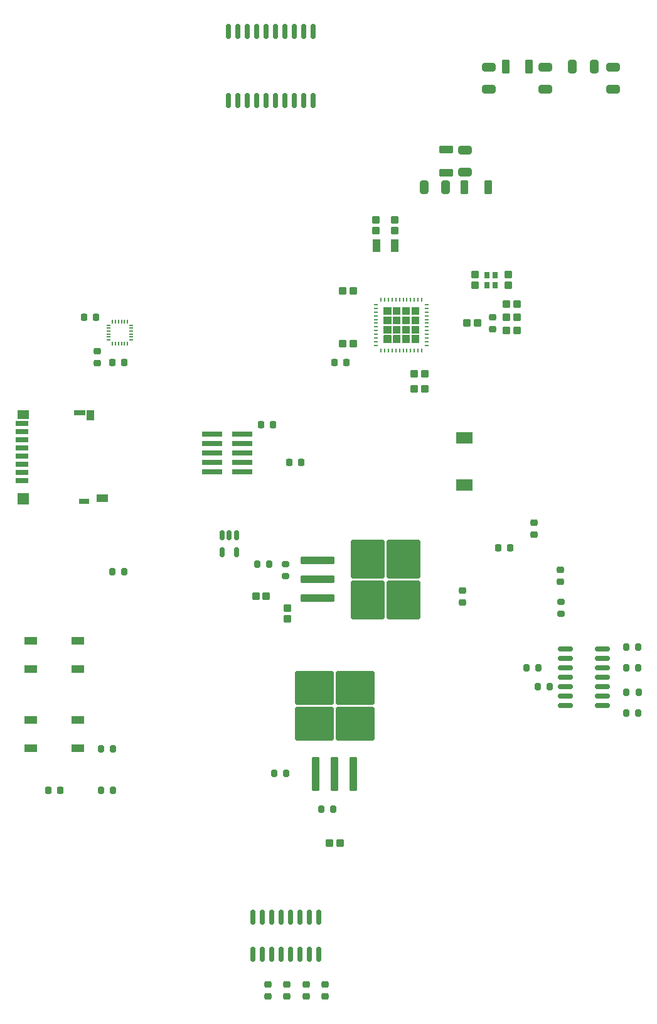
<source format=gbr>
%TF.GenerationSoftware,KiCad,Pcbnew,8.0.0*%
%TF.CreationDate,2024-03-04T15:47:03-08:00*%
%TF.ProjectId,ee110_alpha_board,65653131-305f-4616-9c70-68615f626f61,0.1*%
%TF.SameCoordinates,Original*%
%TF.FileFunction,Paste,Top*%
%TF.FilePolarity,Positive*%
%FSLAX46Y46*%
G04 Gerber Fmt 4.6, Leading zero omitted, Abs format (unit mm)*
G04 Created by KiCad (PCBNEW 8.0.0) date 2024-03-04 15:47:03*
%MOMM*%
%LPD*%
G01*
G04 APERTURE LIST*
G04 Aperture macros list*
%AMRoundRect*
0 Rectangle with rounded corners*
0 $1 Rounding radius*
0 $2 $3 $4 $5 $6 $7 $8 $9 X,Y pos of 4 corners*
0 Add a 4 corners polygon primitive as box body*
4,1,4,$2,$3,$4,$5,$6,$7,$8,$9,$2,$3,0*
0 Add four circle primitives for the rounded corners*
1,1,$1+$1,$2,$3*
1,1,$1+$1,$4,$5*
1,1,$1+$1,$6,$7*
1,1,$1+$1,$8,$9*
0 Add four rect primitives between the rounded corners*
20,1,$1+$1,$2,$3,$4,$5,0*
20,1,$1+$1,$4,$5,$6,$7,0*
20,1,$1+$1,$6,$7,$8,$9,0*
20,1,$1+$1,$8,$9,$2,$3,0*%
G04 Aperture macros list end*
%ADD10C,0.000000*%
%ADD11RoundRect,0.150000X0.825000X0.150000X-0.825000X0.150000X-0.825000X-0.150000X0.825000X-0.150000X0*%
%ADD12RoundRect,0.250000X-0.650000X0.325000X-0.650000X-0.325000X0.650000X-0.325000X0.650000X0.325000X0*%
%ADD13RoundRect,0.200000X-0.200000X-0.275000X0.200000X-0.275000X0.200000X0.275000X-0.200000X0.275000X0*%
%ADD14RoundRect,0.250000X0.287500X0.275000X-0.287500X0.275000X-0.287500X-0.275000X0.287500X-0.275000X0*%
%ADD15RoundRect,0.225000X0.225000X0.250000X-0.225000X0.250000X-0.225000X-0.250000X0.225000X-0.250000X0*%
%ADD16RoundRect,0.250000X-0.275000X0.287500X-0.275000X-0.287500X0.275000X-0.287500X0.275000X0.287500X0*%
%ADD17RoundRect,0.225000X-0.225000X-0.250000X0.225000X-0.250000X0.225000X0.250000X-0.225000X0.250000X0*%
%ADD18RoundRect,0.050000X-0.050000X0.225000X-0.050000X-0.225000X0.050000X-0.225000X0.050000X0.225000X0*%
%ADD19RoundRect,0.050000X-0.225000X-0.050000X0.225000X-0.050000X0.225000X0.050000X-0.225000X0.050000X0*%
%ADD20RoundRect,0.150000X-0.150000X0.850000X-0.150000X-0.850000X0.150000X-0.850000X0.150000X0.850000X0*%
%ADD21RoundRect,0.250000X0.275000X-0.287500X0.275000X0.287500X-0.275000X0.287500X-0.275000X-0.287500X0*%
%ADD22RoundRect,0.218750X-0.256250X0.218750X-0.256250X-0.218750X0.256250X-0.218750X0.256250X0.218750X0*%
%ADD23RoundRect,0.250000X-0.287500X-0.275000X0.287500X-0.275000X0.287500X0.275000X-0.287500X0.275000X0*%
%ADD24RoundRect,0.250000X-0.325000X-0.650000X0.325000X-0.650000X0.325000X0.650000X-0.325000X0.650000X0*%
%ADD25R,2.794000X0.762000*%
%ADD26R,0.800000X0.900000*%
%ADD27RoundRect,0.250000X0.700000X-0.275000X0.700000X0.275000X-0.700000X0.275000X-0.700000X-0.275000X0*%
%ADD28RoundRect,0.218750X0.256250X-0.218750X0.256250X0.218750X-0.256250X0.218750X-0.256250X-0.218750X0*%
%ADD29RoundRect,0.250000X-0.275000X-0.700000X0.275000X-0.700000X0.275000X0.700000X-0.275000X0.700000X0*%
%ADD30RoundRect,0.250000X-2.050000X-0.300000X2.050000X-0.300000X2.050000X0.300000X-2.050000X0.300000X0*%
%ADD31RoundRect,0.250000X-2.025000X-2.375000X2.025000X-2.375000X2.025000X2.375000X-2.025000X2.375000X0*%
%ADD32R,1.700000X1.000000*%
%ADD33RoundRect,0.225000X0.250000X-0.225000X0.250000X0.225000X-0.250000X0.225000X-0.250000X-0.225000X0*%
%ADD34RoundRect,0.250000X0.275000X0.700000X-0.275000X0.700000X-0.275000X-0.700000X0.275000X-0.700000X0*%
%ADD35RoundRect,0.200000X0.200000X0.275000X-0.200000X0.275000X-0.200000X-0.275000X0.200000X-0.275000X0*%
%ADD36RoundRect,0.200000X0.275000X-0.200000X0.275000X0.200000X-0.275000X0.200000X-0.275000X-0.200000X0*%
%ADD37RoundRect,0.218750X-0.218750X-0.256250X0.218750X-0.256250X0.218750X0.256250X-0.218750X0.256250X0*%
%ADD38RoundRect,0.225000X-0.250000X0.225000X-0.250000X-0.225000X0.250000X-0.225000X0.250000X0.225000X0*%
%ADD39R,0.240000X0.599999*%
%ADD40R,0.599999X0.240000*%
%ADD41R,1.000000X1.800000*%
%ADD42RoundRect,0.150000X-0.150000X0.825000X-0.150000X-0.825000X0.150000X-0.825000X0.150000X0.825000X0*%
%ADD43RoundRect,0.200000X-0.275000X0.200000X-0.275000X-0.200000X0.275000X-0.200000X0.275000X0.200000X0*%
%ADD44RoundRect,0.250000X0.325000X0.650000X-0.325000X0.650000X-0.325000X-0.650000X0.325000X-0.650000X0*%
%ADD45RoundRect,0.218750X0.218750X0.256250X-0.218750X0.256250X-0.218750X-0.256250X0.218750X-0.256250X0*%
%ADD46R,1.750000X0.700000*%
%ADD47R,1.000000X1.450000*%
%ADD48R,1.550000X1.000000*%
%ADD49R,1.500000X0.800000*%
%ADD50R,1.500000X1.300000*%
%ADD51R,1.500000X1.500000*%
%ADD52R,1.400000X0.800000*%
%ADD53RoundRect,0.250000X0.300000X-2.050000X0.300000X2.050000X-0.300000X2.050000X-0.300000X-2.050000X0*%
%ADD54RoundRect,0.250000X2.375000X-2.025000X2.375000X2.025000X-2.375000X2.025000X-2.375000X-2.025000X0*%
%ADD55RoundRect,0.250000X0.650000X-0.325000X0.650000X0.325000X-0.650000X0.325000X-0.650000X-0.325000X0*%
%ADD56R,2.200000X1.500000*%
%ADD57RoundRect,0.150000X-0.150000X0.512500X-0.150000X-0.512500X0.150000X-0.512500X0.150000X0.512500X0*%
G04 APERTURE END LIST*
D10*
%TO.C,U4*%
G36*
X93988001Y-83990000D02*
G01*
X93988001Y-84950000D01*
X93938001Y-85000000D01*
X92978001Y-85000000D01*
X92928001Y-84950000D01*
X92928001Y-83990000D01*
X92978001Y-83940000D01*
X93938001Y-83940000D01*
X93988001Y-83990000D01*
G37*
G36*
X93988001Y-85250000D02*
G01*
X93988001Y-86210000D01*
X93938001Y-86260000D01*
X92978001Y-86260000D01*
X92928001Y-86210000D01*
X92928001Y-85250000D01*
X92978001Y-85200000D01*
X93938001Y-85200000D01*
X93988001Y-85250000D01*
G37*
G36*
X93988001Y-86510000D02*
G01*
X93988001Y-87470000D01*
X93938001Y-87520000D01*
X92978001Y-87520000D01*
X92928001Y-87470000D01*
X92928001Y-86510000D01*
X92978001Y-86460000D01*
X93938001Y-86460000D01*
X93988001Y-86510000D01*
G37*
G36*
X93988001Y-87770000D02*
G01*
X93988001Y-88730000D01*
X93938001Y-88780000D01*
X92978001Y-88780000D01*
X92928001Y-88730000D01*
X92928001Y-87770000D01*
X92978001Y-87720000D01*
X93938001Y-87720000D01*
X93988001Y-87770000D01*
G37*
G36*
X95248001Y-83990000D02*
G01*
X95248001Y-84950000D01*
X95198001Y-85000000D01*
X94238001Y-85000000D01*
X94188001Y-84950000D01*
X94188001Y-83990000D01*
X94238001Y-83940000D01*
X95198001Y-83940000D01*
X95248001Y-83990000D01*
G37*
G36*
X95248001Y-85250000D02*
G01*
X95248001Y-86210000D01*
X95198001Y-86260000D01*
X94238001Y-86260000D01*
X94188001Y-86210000D01*
X94188001Y-85250000D01*
X94238001Y-85200000D01*
X95198001Y-85200000D01*
X95248001Y-85250000D01*
G37*
G36*
X95248001Y-86510000D02*
G01*
X95248001Y-87470000D01*
X95198001Y-87520000D01*
X94238001Y-87520000D01*
X94188001Y-87470000D01*
X94188001Y-86510000D01*
X94238001Y-86460000D01*
X95198001Y-86460000D01*
X95248001Y-86510000D01*
G37*
G36*
X95248001Y-87770000D02*
G01*
X95248001Y-88730000D01*
X95198001Y-88780000D01*
X94238001Y-88780000D01*
X94188001Y-88730000D01*
X94188001Y-87770000D01*
X94238001Y-87720000D01*
X95198001Y-87720000D01*
X95248001Y-87770000D01*
G37*
G36*
X96508001Y-83990000D02*
G01*
X96508001Y-84950000D01*
X96458001Y-85000000D01*
X95498001Y-85000000D01*
X95448001Y-84950000D01*
X95448001Y-83990000D01*
X95498001Y-83940000D01*
X96458001Y-83940000D01*
X96508001Y-83990000D01*
G37*
G36*
X96508001Y-85250000D02*
G01*
X96508001Y-86210000D01*
X96458001Y-86260000D01*
X95498001Y-86260000D01*
X95448001Y-86210000D01*
X95448001Y-85250000D01*
X95498001Y-85200000D01*
X96458001Y-85200000D01*
X96508001Y-85250000D01*
G37*
G36*
X96508001Y-86510000D02*
G01*
X96508001Y-87470000D01*
X96458001Y-87520000D01*
X95498001Y-87520000D01*
X95448001Y-87470000D01*
X95448001Y-86510000D01*
X95498001Y-86460000D01*
X96458001Y-86460000D01*
X96508001Y-86510000D01*
G37*
G36*
X96508001Y-87770000D02*
G01*
X96508001Y-88730000D01*
X96458001Y-88780000D01*
X95498001Y-88780000D01*
X95448001Y-88730000D01*
X95448001Y-87770000D01*
X95498001Y-87720000D01*
X96458001Y-87720000D01*
X96508001Y-87770000D01*
G37*
G36*
X97768001Y-83990000D02*
G01*
X97768001Y-84950000D01*
X97718001Y-85000000D01*
X96758001Y-85000000D01*
X96708001Y-84950000D01*
X96708001Y-83990000D01*
X96758001Y-83940000D01*
X97718001Y-83940000D01*
X97768001Y-83990000D01*
G37*
G36*
X97768001Y-85250000D02*
G01*
X97768001Y-86210000D01*
X97718001Y-86260000D01*
X96758001Y-86260000D01*
X96708001Y-86210000D01*
X96708001Y-85250000D01*
X96758001Y-85200000D01*
X97718001Y-85200000D01*
X97768001Y-85250000D01*
G37*
G36*
X97768001Y-86510000D02*
G01*
X97768001Y-87470000D01*
X97718001Y-87520000D01*
X96758001Y-87520000D01*
X96708001Y-87470000D01*
X96708001Y-86510000D01*
X96758001Y-86460000D01*
X97718001Y-86460000D01*
X97768001Y-86510000D01*
G37*
G36*
X97768001Y-87770000D02*
G01*
X97768001Y-88730000D01*
X97718001Y-88780000D01*
X96758001Y-88780000D01*
X96708001Y-88730000D01*
X96708001Y-87770000D01*
X96758001Y-87720000D01*
X97718001Y-87720000D01*
X97768001Y-87770000D01*
G37*
%TD*%
D11*
%TO.C,U8*%
X122440500Y-137655500D03*
X122440500Y-136385500D03*
X122440500Y-135115500D03*
X122440500Y-133845500D03*
X122440500Y-132575500D03*
X122440500Y-131305500D03*
X122440500Y-130035500D03*
X117490500Y-130035500D03*
X117490500Y-131305500D03*
X117490500Y-132575500D03*
X117490500Y-133845500D03*
X117490500Y-135115500D03*
X117490500Y-136385500D03*
X117490500Y-137655500D03*
%TD*%
D12*
%TO.C,C17*%
X107188000Y-51611000D03*
X107188000Y-54561000D03*
%TD*%
D13*
%TO.C,R10*%
X112205000Y-132588000D03*
X113855000Y-132588000D03*
%TD*%
%TO.C,R15*%
X125730000Y-135890000D03*
X127380000Y-135890000D03*
%TD*%
D14*
%TO.C,C1*%
X87072500Y-156210000D03*
X85647500Y-156210000D03*
%TD*%
D15*
%TO.C,C28*%
X54115000Y-85344000D03*
X52565000Y-85344000D03*
%TD*%
D16*
%TO.C,C12*%
X105262500Y-79574000D03*
X105262500Y-80999000D03*
%TD*%
D17*
%TO.C,C23*%
X108445000Y-116345000D03*
X109995000Y-116345000D03*
%TD*%
D18*
%TO.C,U9*%
X58380000Y-85876000D03*
X57980000Y-85876000D03*
X57580000Y-85876000D03*
X57180000Y-85876000D03*
X56780000Y-85876000D03*
X56380000Y-85876000D03*
D19*
X55880000Y-86376000D03*
X55880000Y-86776000D03*
X55880000Y-87176000D03*
X55880000Y-87576000D03*
X55880000Y-87976000D03*
X55880000Y-88376000D03*
D18*
X56380000Y-88876000D03*
X56780000Y-88876000D03*
X57180000Y-88876000D03*
X57580000Y-88876000D03*
X57980000Y-88876000D03*
X58380000Y-88876000D03*
D19*
X58880000Y-88376000D03*
X58880000Y-87976000D03*
X58880000Y-87576000D03*
X58880000Y-87176000D03*
X58880000Y-86776000D03*
X58880000Y-86376000D03*
%TD*%
D20*
%TO.C,U6*%
X83439000Y-46810000D03*
X82169000Y-46810000D03*
X80899000Y-46810000D03*
X79629000Y-46810000D03*
X78359000Y-46810000D03*
X77089000Y-46810000D03*
X75819000Y-46810000D03*
X74549000Y-46810000D03*
X73279000Y-46810000D03*
X72009000Y-46810000D03*
X72009000Y-56060000D03*
X73279000Y-56060000D03*
X74549000Y-56060000D03*
X75819000Y-56060000D03*
X77089000Y-56060000D03*
X78359000Y-56060000D03*
X79629000Y-56060000D03*
X80899000Y-56060000D03*
X82169000Y-56060000D03*
X83439000Y-56060000D03*
%TD*%
D14*
%TO.C,C3*%
X77121500Y-122936000D03*
X75696500Y-122936000D03*
%TD*%
D12*
%TO.C,C18*%
X114808000Y-51611000D03*
X114808000Y-54561000D03*
%TD*%
D21*
%TO.C,C21*%
X91948000Y-73610500D03*
X91948000Y-72185500D03*
%TD*%
D22*
%TO.C,D7*%
X77320000Y-175260000D03*
X77320000Y-176835000D03*
%TD*%
D12*
%TO.C,C19*%
X123952000Y-51611000D03*
X123952000Y-54561000D03*
%TD*%
D17*
%TO.C,C27*%
X56375000Y-91440000D03*
X57925000Y-91440000D03*
%TD*%
D23*
%TO.C,C9*%
X109523500Y-85344000D03*
X110948500Y-85344000D03*
%TD*%
D24*
%TO.C,C15*%
X118413000Y-51562000D03*
X121363000Y-51562000D03*
%TD*%
D14*
%TO.C,C4*%
X88850500Y-81788000D03*
X87425500Y-81788000D03*
%TD*%
D25*
%TO.C,J2*%
X73914000Y-106172000D03*
X69850000Y-106172000D03*
X73914000Y-104902000D03*
X69850000Y-104902000D03*
X73914000Y-103632000D03*
X69850000Y-103632000D03*
X73914000Y-102362000D03*
X69850000Y-102362000D03*
X73914000Y-101092000D03*
X69850000Y-101092000D03*
%TD*%
D26*
%TO.C,X1*%
X108034000Y-81026000D03*
X108034000Y-79626000D03*
X106934000Y-79626000D03*
X106934000Y-81026000D03*
%TD*%
D27*
%TO.C,L5*%
X101397000Y-65836000D03*
X101397000Y-62686000D03*
%TD*%
D28*
%TO.C,L2*%
X107696000Y-86893500D03*
X107696000Y-85318500D03*
%TD*%
D29*
%TO.C,L4*%
X109423000Y-51562000D03*
X112573000Y-51562000D03*
%TD*%
D30*
%TO.C,U2*%
X84068000Y-118110000D03*
X84068000Y-120650000D03*
D31*
X90793000Y-117875000D03*
X90793000Y-123425000D03*
X95643000Y-117875000D03*
X95643000Y-123425000D03*
D30*
X84068000Y-123190000D03*
%TD*%
D32*
%TO.C,SW2*%
X45364000Y-139578000D03*
X51664000Y-139578000D03*
X45364000Y-143378000D03*
X51664000Y-143378000D03*
%TD*%
D33*
%TO.C,C24*%
X113284000Y-114567000D03*
X113284000Y-113017000D03*
%TD*%
D23*
%TO.C,C11*%
X109523500Y-83566000D03*
X110948500Y-83566000D03*
%TD*%
D16*
%TO.C,C2*%
X79938000Y-124509500D03*
X79938000Y-125934500D03*
%TD*%
D22*
%TO.C,D6*%
X79910000Y-175260000D03*
X79910000Y-176835000D03*
%TD*%
D34*
%TO.C,L3*%
X107036000Y-67817000D03*
X103886000Y-67817000D03*
%TD*%
D35*
%TO.C,R12*%
X127317000Y-132588000D03*
X125667000Y-132588000D03*
%TD*%
D22*
%TO.C,D4*%
X85090000Y-175260000D03*
X85090000Y-176835000D03*
%TD*%
D36*
%TO.C,R3*%
X79756000Y-120205000D03*
X79756000Y-118555000D03*
%TD*%
D32*
%TO.C,SW1*%
X51664000Y-132710000D03*
X45364000Y-132710000D03*
X51664000Y-128910000D03*
X45364000Y-128910000D03*
%TD*%
D37*
%TO.C,D2*%
X80238500Y-104902000D03*
X81813500Y-104902000D03*
%TD*%
D35*
%TO.C,R2*%
X86169000Y-151638000D03*
X84519000Y-151638000D03*
%TD*%
D22*
%TO.C,D5*%
X82500000Y-175260000D03*
X82500000Y-176835000D03*
%TD*%
D38*
%TO.C,C29*%
X54356000Y-89903000D03*
X54356000Y-91453000D03*
%TD*%
D14*
%TO.C,C8*%
X98502500Y-94996000D03*
X97077500Y-94996000D03*
%TD*%
D21*
%TO.C,C16*%
X94488000Y-73610500D03*
X94488000Y-72185500D03*
%TD*%
D13*
%TO.C,R13*%
X125667000Y-129794000D03*
X127317000Y-129794000D03*
%TD*%
D38*
%TO.C,C25*%
X116840000Y-119367000D03*
X116840000Y-120917000D03*
%TD*%
D39*
%TO.C,U4*%
X98098001Y-82959999D03*
X97598002Y-82959999D03*
X97098003Y-82959999D03*
X96598001Y-82959999D03*
X96098002Y-82959999D03*
X95598001Y-82959999D03*
X95098001Y-82959999D03*
X94598003Y-82959999D03*
X94098001Y-82959999D03*
X93598002Y-82959999D03*
X93098000Y-82959999D03*
X92598001Y-82959999D03*
D40*
X91948000Y-83610000D03*
X91948000Y-84109999D03*
X91948000Y-84609998D03*
X91948000Y-85110000D03*
X91948000Y-85609999D03*
X91948000Y-86110000D03*
X91948000Y-86610000D03*
X91948000Y-87109998D03*
X91948000Y-87610000D03*
X91948000Y-88109999D03*
X91948000Y-88610001D03*
X91948000Y-89110000D03*
D39*
X92598001Y-89760001D03*
X93098000Y-89760001D03*
X93598002Y-89760001D03*
X94098001Y-89760001D03*
X94598003Y-89760001D03*
X95098001Y-89760001D03*
X95598001Y-89760001D03*
X96098002Y-89760001D03*
X96598001Y-89760001D03*
X97098003Y-89760001D03*
X97598002Y-89760001D03*
X98098001Y-89760001D03*
D40*
X98748002Y-89110000D03*
X98748002Y-88610001D03*
X98748002Y-88109999D03*
X98748002Y-87610000D03*
X98748002Y-87109998D03*
X98748002Y-86610000D03*
X98748002Y-86110000D03*
X98748002Y-85609999D03*
X98748002Y-85110000D03*
X98748002Y-84609998D03*
X98748002Y-84109999D03*
X98748002Y-83610000D03*
%TD*%
D35*
%TO.C,R6*%
X77533000Y-118618000D03*
X75883000Y-118618000D03*
%TD*%
%TO.C,R4*%
X57975000Y-119634000D03*
X56325000Y-119634000D03*
%TD*%
D41*
%TO.C,X2*%
X91968000Y-75692000D03*
X94468000Y-75692000D03*
%TD*%
D14*
%TO.C,C5*%
X88850500Y-88900000D03*
X87425500Y-88900000D03*
%TD*%
D15*
%TO.C,C22*%
X87897000Y-91440000D03*
X86347000Y-91440000D03*
%TD*%
D42*
%TO.C,U5*%
X84201000Y-166181000D03*
X82931000Y-166181000D03*
X81661000Y-166181000D03*
X80391000Y-166181000D03*
X79121000Y-166181000D03*
X77851000Y-166181000D03*
X76581000Y-166181000D03*
X75311000Y-166181000D03*
X75311000Y-171131000D03*
X76581000Y-171131000D03*
X77851000Y-171131000D03*
X79121000Y-171131000D03*
X80391000Y-171131000D03*
X81661000Y-171131000D03*
X82931000Y-171131000D03*
X84201000Y-171131000D03*
%TD*%
D37*
%TO.C,D8*%
X47726500Y-149098000D03*
X49301500Y-149098000D03*
%TD*%
D13*
%TO.C,R7*%
X54801000Y-143510000D03*
X56451000Y-143510000D03*
%TD*%
D33*
%TO.C,C26*%
X103632000Y-123711000D03*
X103632000Y-122161000D03*
%TD*%
D13*
%TO.C,R11*%
X113729000Y-135128000D03*
X115379000Y-135128000D03*
%TD*%
%TO.C,R8*%
X54801000Y-149098000D03*
X56451000Y-149098000D03*
%TD*%
D43*
%TO.C,R9*%
X116890000Y-123635000D03*
X116890000Y-125285000D03*
%TD*%
D44*
%TO.C,C20*%
X101348000Y-67817000D03*
X98398000Y-67817000D03*
%TD*%
D21*
%TO.C,C14*%
X109812000Y-80976500D03*
X109812000Y-79551500D03*
%TD*%
D14*
%TO.C,C7*%
X98502500Y-92964000D03*
X97077500Y-92964000D03*
%TD*%
D23*
%TO.C,C10*%
X109546000Y-87122000D03*
X110971000Y-87122000D03*
%TD*%
%TO.C,C6*%
X104189500Y-86106000D03*
X105614500Y-86106000D03*
%TD*%
D45*
%TO.C,D3*%
X77983500Y-99802000D03*
X76408500Y-99802000D03*
%TD*%
D46*
%TO.C,J4*%
X44180000Y-107315000D03*
X44180000Y-106215000D03*
X44180000Y-105115000D03*
X44180000Y-104015000D03*
X44180000Y-102915000D03*
X44180000Y-101815000D03*
X44180000Y-100715000D03*
X44180000Y-99615000D03*
D47*
X53405000Y-98490000D03*
D48*
X54980000Y-109715000D03*
D49*
X51905000Y-98165000D03*
D50*
X44305000Y-98415000D03*
D51*
X44305000Y-109765000D03*
D52*
X52555000Y-110115000D03*
%TD*%
D53*
%TO.C,U1*%
X83820000Y-146842000D03*
X86360000Y-146842000D03*
D54*
X83585000Y-140117000D03*
X89135000Y-140117000D03*
X83585000Y-135267000D03*
X89135000Y-135267000D03*
D53*
X88900000Y-146842000D03*
%TD*%
D35*
%TO.C,R5*%
X79819000Y-146812000D03*
X78169000Y-146812000D03*
%TD*%
D55*
%TO.C,C13*%
X103937000Y-65736000D03*
X103937000Y-62786000D03*
%TD*%
D35*
%TO.C,R14*%
X127317000Y-138684000D03*
X125667000Y-138684000D03*
%TD*%
D56*
%TO.C,L1*%
X103886000Y-107950000D03*
X103886000Y-101550000D03*
%TD*%
D57*
%TO.C,U3*%
X73086000Y-114686500D03*
X72136000Y-114686500D03*
X71186000Y-114686500D03*
X71186000Y-116961500D03*
X73086000Y-116961500D03*
%TD*%
M02*

</source>
